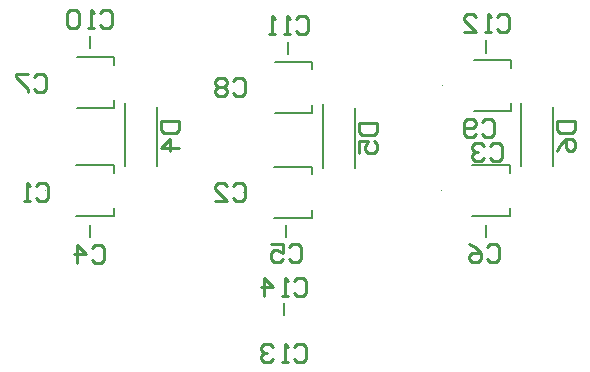
<source format=gbo>
G04*
G04 #@! TF.GenerationSoftware,Altium Limited,Altium Designer,24.0.1 (36)*
G04*
G04 Layer_Color=32896*
%FSLAX45Y45*%
%MOMM*%
G71*
G04*
G04 #@! TF.SameCoordinates,0B170F52-40F4-4D68-8434-06CE0CB0BF9C*
G04*
G04*
G04 #@! TF.FilePolarity,Positive*
G04*
G01*
G75*
%ADD11C,0.20000*%
%ADD12C,0.25400*%
%ADD50C,0.05000*%
G54D11*
X11785600Y8266000D02*
Y8371000D01*
X10121900Y9866200D02*
Y9971200D01*
X13474699Y8266000D02*
Y8371000D01*
X13371899Y9335400D02*
X13686900D01*
Y9400400D01*
X13371899Y9765400D02*
X13686900D01*
Y9700400D02*
Y9765400D01*
Y9335400D02*
Y9400400D01*
X13371899Y9335400D02*
X13686900D01*
X11767100Y7605600D02*
Y7710600D01*
X13474699Y9828100D02*
Y9933100D01*
X11798300Y9815400D02*
Y9920400D01*
X10121900Y8266000D02*
Y8371000D01*
X11688400Y9322700D02*
X12003400D01*
Y9387700D01*
X11688400Y9752700D02*
X12003400D01*
Y9687700D02*
Y9752700D01*
Y9322700D02*
Y9387700D01*
X11688400Y9322700D02*
X12003400D01*
X11685600Y8433700D02*
X12000600D01*
Y8498700D01*
Y8798700D02*
Y8863700D01*
X11685600D02*
X12000600D01*
Y8433700D02*
Y8498700D01*
X11685600Y8433700D02*
X12000600D01*
X12095100Y8857200D02*
Y9391700D01*
X12365100Y8857200D02*
Y9361200D01*
X10012000Y9360800D02*
X10327000D01*
Y9425800D01*
X10012000Y9790800D02*
X10327000D01*
Y9725800D02*
Y9790800D01*
Y9360800D02*
Y9425800D01*
X10012000Y9360800D02*
X10327000D01*
X10009200Y8446400D02*
X10324200D01*
Y8511400D01*
X10009200Y8876400D02*
X10324200D01*
Y8811400D02*
Y8876400D01*
Y8446400D02*
Y8511400D01*
X10009200Y8446400D02*
X10324200D01*
X13362000D02*
X13677000D01*
Y8511400D01*
Y8811400D02*
Y8876400D01*
X13362000D02*
X13677000D01*
Y8446400D02*
Y8511400D01*
X13362000Y8446400D02*
X13677000D01*
X13771500Y8866600D02*
Y9401100D01*
X14041499Y8866600D02*
Y9370600D01*
X10418700Y8866600D02*
Y9401100D01*
X10688700Y8866600D02*
Y9370600D01*
G54D12*
X11854971Y7340583D02*
X11880363Y7365975D01*
X11931146D01*
X11956538Y7340583D01*
Y7239017D01*
X11931146Y7213625D01*
X11880363D01*
X11854971Y7239017D01*
X11804187Y7213625D02*
X11753404D01*
X11778796D01*
Y7365975D01*
X11804187Y7340583D01*
X11677229D02*
X11651837Y7365975D01*
X11601053D01*
X11575661Y7340583D01*
Y7315192D01*
X11601053Y7289800D01*
X11626445D01*
X11601053D01*
X11575661Y7264408D01*
Y7239017D01*
X11601053Y7213625D01*
X11651837D01*
X11677229Y7239017D01*
X11849071Y7899383D02*
X11874463Y7924775D01*
X11925246D01*
X11950638Y7899383D01*
Y7797817D01*
X11925246Y7772425D01*
X11874463D01*
X11849071Y7797817D01*
X11798288Y7772425D02*
X11747504D01*
X11772896D01*
Y7924775D01*
X11798288Y7899383D01*
X11595153Y7772425D02*
Y7924775D01*
X11671329Y7848600D01*
X11569761D01*
X10208231Y10162523D02*
X10233623Y10187915D01*
X10284406D01*
X10309798Y10162523D01*
Y10060957D01*
X10284406Y10035565D01*
X10233623D01*
X10208231Y10060957D01*
X10157448Y10035565D02*
X10106664D01*
X10132056D01*
Y10187915D01*
X10157448Y10162523D01*
X10030489D02*
X10005097Y10187915D01*
X9954313D01*
X9928921Y10162523D01*
Y10060957D01*
X9954313Y10035565D01*
X10005097D01*
X10030489Y10060957D01*
Y10162523D01*
X13489932Y8186403D02*
X13515323Y8211795D01*
X13566107D01*
X13591499Y8186403D01*
Y8084837D01*
X13566107Y8059445D01*
X13515323D01*
X13489932Y8084837D01*
X13337581Y8211795D02*
X13388365Y8186403D01*
X13439148Y8135620D01*
Y8084837D01*
X13413756Y8059445D01*
X13362973D01*
X13337581Y8084837D01*
Y8110228D01*
X13362973Y8135620D01*
X13439148D01*
X11810992Y8183863D02*
X11836383Y8209255D01*
X11887167D01*
X11912559Y8183863D01*
Y8082297D01*
X11887167Y8056905D01*
X11836383D01*
X11810992Y8082297D01*
X11658641Y8209255D02*
X11760208D01*
Y8133080D01*
X11709425Y8158472D01*
X11684033D01*
X11658641Y8133080D01*
Y8082297D01*
X11684033Y8056905D01*
X11734816D01*
X11760208Y8082297D01*
X10142212Y8176243D02*
X10167603Y8201635D01*
X10218387D01*
X10243779Y8176243D01*
Y8074677D01*
X10218387Y8049285D01*
X10167603D01*
X10142212Y8074677D01*
X10015253Y8049285D02*
Y8201635D01*
X10091428Y8125460D01*
X9989861D01*
X11333472Y9588483D02*
X11358863Y9613875D01*
X11409647D01*
X11435039Y9588483D01*
Y9486917D01*
X11409647Y9461525D01*
X11358863D01*
X11333472Y9486917D01*
X11282688Y9588483D02*
X11257296Y9613875D01*
X11206513D01*
X11181121Y9588483D01*
Y9563092D01*
X11206513Y9537700D01*
X11181121Y9512308D01*
Y9486917D01*
X11206513Y9461525D01*
X11257296D01*
X11282688Y9486917D01*
Y9512308D01*
X11257296Y9537700D01*
X11282688Y9563092D01*
Y9588483D01*
X11257296Y9537700D02*
X11206513D01*
X14079243Y9248099D02*
X14231595D01*
Y9171923D01*
X14206203Y9146531D01*
X14104636D01*
X14079243Y9171923D01*
Y9248099D01*
Y8994181D02*
X14104636Y9044964D01*
X14155420Y9095748D01*
X14206203D01*
X14231595Y9070356D01*
Y9019573D01*
X14206203Y8994181D01*
X14180812D01*
X14155420Y9019573D01*
Y9095748D01*
X12405385Y9230319D02*
X12557735D01*
Y9154143D01*
X12532343Y9128752D01*
X12430777D01*
X12405385Y9154143D01*
Y9230319D01*
Y8976401D02*
Y9077968D01*
X12481560D01*
X12456168Y9027185D01*
Y9001793D01*
X12481560Y8976401D01*
X12532343D01*
X12557735Y9001793D01*
Y9052576D01*
X12532343Y9077968D01*
X10726445Y9253179D02*
X10878795D01*
Y9177003D01*
X10853403Y9151612D01*
X10751837D01*
X10726445Y9177003D01*
Y9253179D01*
X10878795Y9024653D02*
X10726445D01*
X10802620Y9100828D01*
Y8999261D01*
X13568651Y10129503D02*
X13594043Y10154895D01*
X13644826D01*
X13670218Y10129503D01*
Y10027937D01*
X13644826Y10002545D01*
X13594043D01*
X13568651Y10027937D01*
X13517868Y10002545D02*
X13467084D01*
X13492476D01*
Y10154895D01*
X13517868Y10129503D01*
X13289342Y10002545D02*
X13390909D01*
X13289342Y10104112D01*
Y10129503D01*
X13314732Y10154895D01*
X13365517D01*
X13390909Y10129503D01*
X11871939Y10114263D02*
X11897331Y10139655D01*
X11948115D01*
X11973506Y10114263D01*
Y10012697D01*
X11948115Y9987305D01*
X11897331D01*
X11871939Y10012697D01*
X11821156Y9987305D02*
X11770372D01*
X11795764D01*
Y10139655D01*
X11821156Y10114263D01*
X11694197Y9987305D02*
X11643413D01*
X11668805D01*
Y10139655D01*
X11694197Y10114263D01*
X13446751Y9240503D02*
X13472144Y9265895D01*
X13522926D01*
X13548318Y9240503D01*
Y9138937D01*
X13522926Y9113545D01*
X13472144D01*
X13446751Y9138937D01*
X13395969D02*
X13370576Y9113545D01*
X13319794D01*
X13294402Y9138937D01*
Y9240503D01*
X13319794Y9265895D01*
X13370576D01*
X13395969Y9240503D01*
Y9215112D01*
X13370576Y9189720D01*
X13294402D01*
X13512791Y9042383D02*
X13538184Y9067775D01*
X13588966D01*
X13614359Y9042383D01*
Y8940817D01*
X13588966Y8915425D01*
X13538184D01*
X13512791Y8940817D01*
X13462009Y9042383D02*
X13436617Y9067775D01*
X13385834D01*
X13360442Y9042383D01*
Y9016992D01*
X13385834Y8991600D01*
X13411224D01*
X13385834D01*
X13360442Y8966208D01*
Y8940817D01*
X13385834Y8915425D01*
X13436617D01*
X13462009Y8940817D01*
X11338552Y8696943D02*
X11363943Y8722335D01*
X11414727D01*
X11440119Y8696943D01*
Y8595377D01*
X11414727Y8569985D01*
X11363943D01*
X11338552Y8595377D01*
X11186201Y8569985D02*
X11287768D01*
X11186201Y8671552D01*
Y8696943D01*
X11211593Y8722335D01*
X11262376D01*
X11287768Y8696943D01*
X9646912Y9624043D02*
X9672303Y9649435D01*
X9723087D01*
X9748479Y9624043D01*
Y9522477D01*
X9723087Y9497085D01*
X9672303D01*
X9646912Y9522477D01*
X9596128Y9649435D02*
X9494561D01*
Y9624043D01*
X9596128Y9522477D01*
Y9497085D01*
X9664700Y8702023D02*
X9690092Y8727415D01*
X9740875D01*
X9766267Y8702023D01*
Y8600457D01*
X9740875Y8575065D01*
X9690092D01*
X9664700Y8600457D01*
X9613916Y8575065D02*
X9563133D01*
X9588524D01*
Y8727415D01*
X9613916Y8702023D01*
G54D50*
X13114400Y9550400D02*
G03*
X13109399Y9550400I-2500J0D01*
G01*
D02*
G03*
X13114400Y9550400I2500J0D01*
G01*
X11430900Y9537700D02*
G03*
X11425900Y9537700I-2500J0D01*
G01*
D02*
G03*
X11430900Y9537700I2500J0D01*
G01*
X11423100Y8648700D02*
G03*
X11428100Y8648700I2500J0D01*
G01*
D02*
G03*
X11423100Y8648700I-2500J0D01*
G01*
X9754500Y9575800D02*
G03*
X9749500Y9575800I-2500J0D01*
G01*
D02*
G03*
X9754500Y9575800I2500J0D01*
G01*
X9751700Y8661400D02*
G03*
X9746700Y8661400I-2500J0D01*
G01*
D02*
G03*
X9751700Y8661400I2500J0D01*
G01*
X13099500D02*
G03*
X13104500Y8661400I2500J0D01*
G01*
D02*
G03*
X13099500Y8661400I-2500J0D01*
G01*
M02*

</source>
